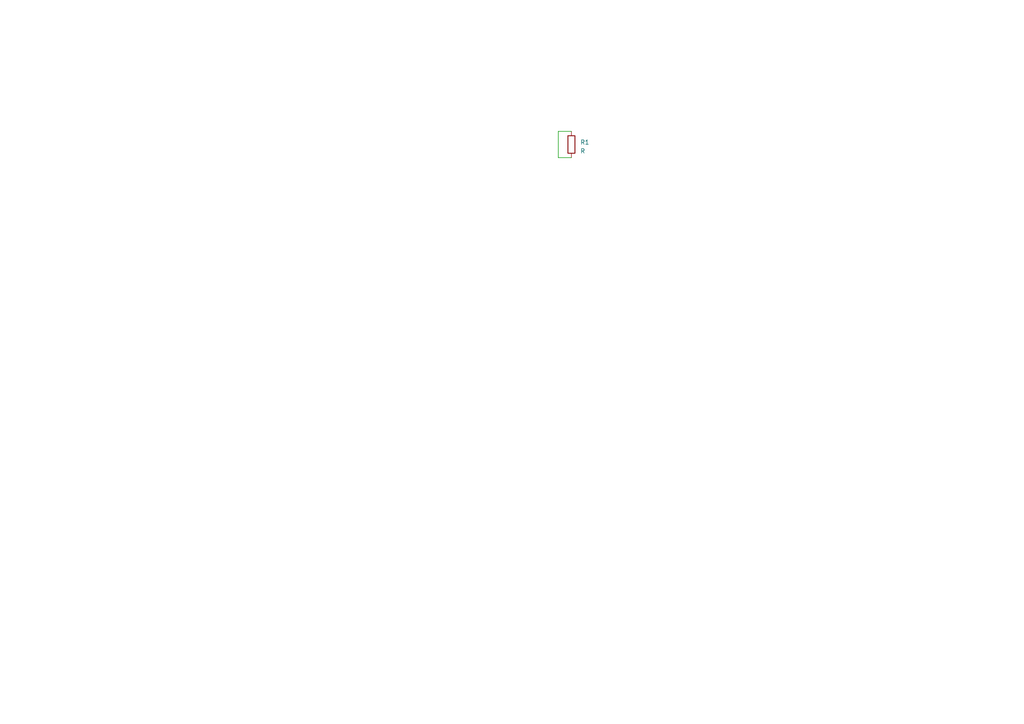
<source format=kicad_sch>
(kicad_sch (version 20231120) (generator "eeschema") (generator_version "8.0")
  (paper "A4")
  (lib_symbols
    (symbol "Device:R" (pin_numbers hide) (pin_names (offset 0))
      (property "Reference" "R" (at 2.032 0 90))
      (property "Value" "R" (at 0 0 90))
      (symbol "R_0_1"
        (rectangle (start -1.016 -2.54) (end 1.016 2.54) (stroke (width 0.254)))
      )
      (symbol "R_1_1"
        (pin passive line (at 0 3.81 270) (length 1.27) (name "~") (number "1"))
        (pin passive line (at 0 -3.81 90) (length 1.27) (name "~") (number "2"))
      )
    )
  )
  (wire (pts (xy 161.925 38.1) (xy 161.925 45.72)))
  (wire (pts (xy 165.735 38.1) (xy 161.925 38.1)))
  (wire (pts (xy 161.925 45.72) (xy 165.735 45.72)))
  (symbol (lib_id "Device:R") (at 165.735 41.91 0) (unit 1)
    (property "Reference" "R1" (at 168.275 41.275 0) (effects (justify left)))
    (property "Value" "R" (at 168.275 43.815 0) (effects (justify left)))
  )
)
</source>
